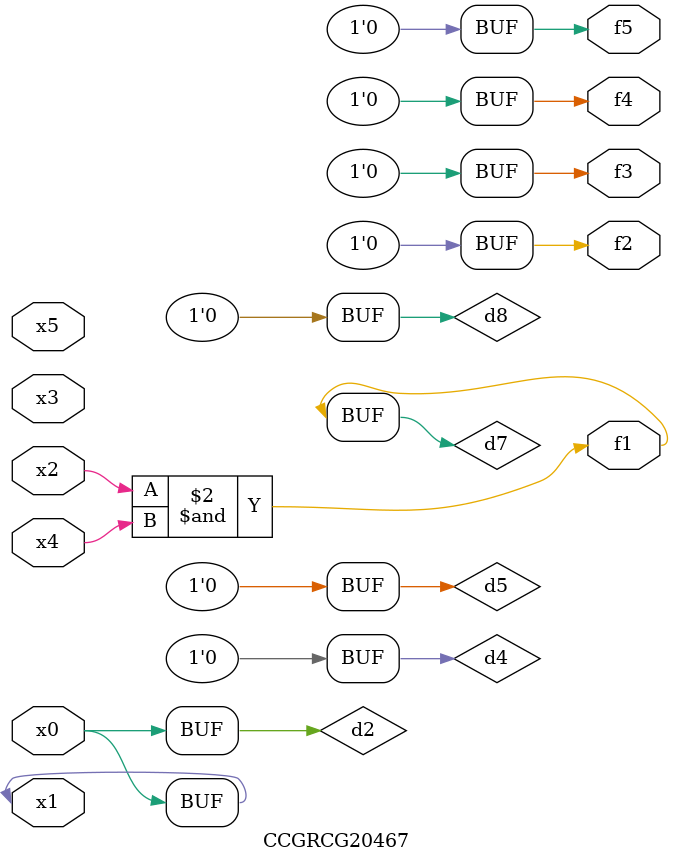
<source format=v>
module CCGRCG20467(
	input x0, x1, x2, x3, x4, x5,
	output f1, f2, f3, f4, f5
);

	wire d1, d2, d3, d4, d5, d6, d7, d8, d9;

	nand (d1, x1);
	buf (d2, x0, x1);
	nand (d3, x2, x4);
	and (d4, d1, d2);
	and (d5, d1, d2);
	nand (d6, d1, d3);
	not (d7, d3);
	xor (d8, d5);
	nor (d9, d5, d6);
	assign f1 = d7;
	assign f2 = d8;
	assign f3 = d8;
	assign f4 = d8;
	assign f5 = d8;
endmodule

</source>
